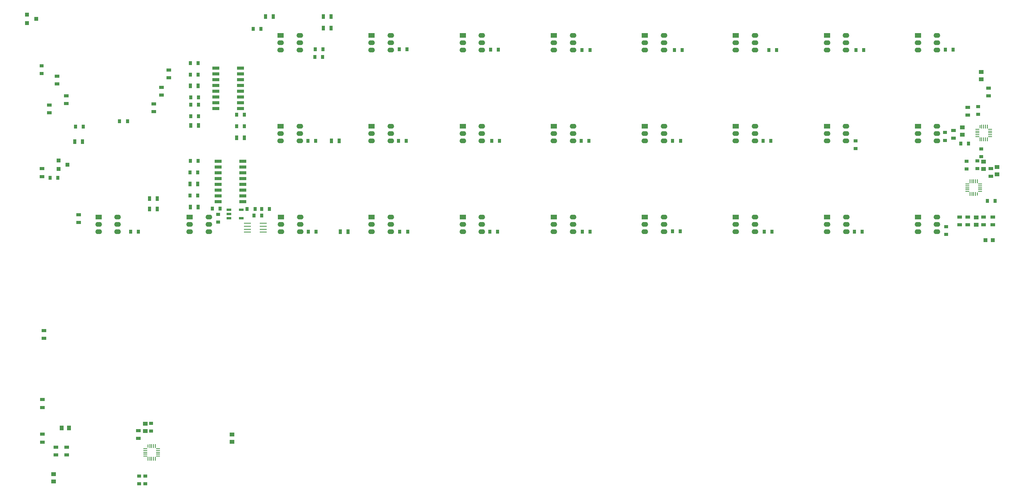
<source format=gtp>
%FSLAX33Y33*%
%MOMM*%
%AMRect-W741421-H941421-RO1.000*
21,1,0.741421,0.941421,0.,0.,180*%
%AMRR-H1089615-W1469615-R544807-RO0.000*
21,1,0.380001,1.089615,0.,0.,360*
21,1,1.469615,0.000001,0.,0.,360*
1,1,1.089614,-0.1900005,0.0000005*
1,1,1.089614,0.1900005,0.0000005*
1,1,1.089614,0.1900005,-0.0000005*
1,1,1.089614,-0.1900005,-0.0000005*%
%AMRect-W670710-H870710-RO0.500*
21,1,0.67071,0.87071,0.,0.,270*%
%AMRect-W842120-H941421-RO0.500*
21,1,0.84212,0.941421,0.,0.,270*%
%AMRect-W741421-H941421-RO1.500*
21,1,0.741421,0.941421,0.,0.,90*%
%AMRect-W800000-H900000-RO0.500*
21,1,0.8,0.9,0.,0.,270*%
%AMRect-W741421-H941421-RO0.500*
21,1,0.741421,0.941421,0.,0.,270*%
%AMRect-W670710-H870710-RO1.000*
21,1,0.67071,0.87071,0.,0.,180*%
%AMRect-W842120-H941421-RO1.500*
21,1,0.84212,0.941421,0.,0.,90*%
%AMRect-W670710-H870710-RO1.500*
21,1,0.67071,0.87071,0.,0.,90*%
%AMRR-H192474-W893701-R96237-RO0.000*
21,1,0.701227,0.192474,0.,0.,360*
1,1,0.192474,-0.3506135,0.*
1,1,0.192474,0.3506135,0.*
1,1,0.192474,0.3506135,-0.*
1,1,0.192474,-0.3506135,0.*%
%AMRR-H192474-W850000-R96237-RO0.000*
21,1,0.657526,0.192474,0.,0.,360*
1,1,0.192474,-0.328763,0.*
1,1,0.192474,0.328763,0.*
1,1,0.192474,0.328763,-0.*
1,1,0.192474,-0.328763,0.*%
%AMRR-H850000-W192474-R96237-RO0.000*
21,1,0.192474,0.657526,0.,0.,360*
1,1,0.192474,0.,0.328763*
1,1,0.192474,0.,0.328763*
1,1,0.192474,0.,-0.328763*
1,1,0.192474,-0.,-0.328763*%
%AMRR-H893701-W192474-R96237-RO0.000*
21,1,0.192474,0.701227,0.,0.,360*
1,1,0.192474,0.,0.3506135*
1,1,0.192474,0.,0.3506135*
1,1,0.192474,0.,-0.3506135*
1,1,0.192474,-0.,-0.3506135*%
%AMRR-H820000-W192474-R96237-RO0.000*
21,1,0.192474,0.627526,0.,0.,360*
1,1,0.192474,0.,0.313763*
1,1,0.192474,0.,0.313763*
1,1,0.192474,0.,-0.313763*
1,1,0.192474,-0.,-0.313763*%
%AMRect-W842120-H941421-RO1.000*
21,1,0.84212,0.941421,0.,0.,180*%
%AMRect-W600000-H1500000-RO1.500*
21,1,0.6,1.5,0.,0.,90*%
%AMRect-W820000-H192474-RO1.000*
21,1,0.82,0.192474,0.,0.,180*%
%AMRR-H192474-W893701-R96237-RO1.000*
21,1,0.701227,0.192474,0.,0.,180*
1,1,0.192474,0.3506135,-0.*
1,1,0.192474,-0.3506135,-0.*
1,1,0.192474,-0.3506135,0.*
1,1,0.192474,0.3506135,0.*%
%AMRR-H192474-W850000-R96237-RO1.000*
21,1,0.657526,0.192474,0.,0.,180*
1,1,0.192474,0.328763,-0.*
1,1,0.192474,-0.328763,-0.*
1,1,0.192474,-0.328763,0.*
1,1,0.192474,0.328763,0.*%
%AMRR-H850000-W192474-R96237-RO1.000*
21,1,0.192474,0.657526,0.,0.,180*
1,1,0.192474,0.,-0.328763*
1,1,0.192474,-0.,-0.328763*
1,1,0.192474,-0.,0.328763*
1,1,0.192474,0.,0.328763*%
%AMRR-H893701-W192474-R96237-RO1.000*
21,1,0.192474,0.701227,0.,0.,180*
1,1,0.192474,0.,-0.3506135*
1,1,0.192474,-0.,-0.3506135*
1,1,0.192474,-0.,0.3506135*
1,1,0.192474,0.,0.3506135*%
%AMRR-H820000-W192474-R96237-RO1.000*
21,1,0.192474,0.627526,0.,0.,180*
1,1,0.192474,0.,-0.313763*
1,1,0.192474,-0.,-0.313763*
1,1,0.192474,-0.,0.313763*
1,1,0.192474,0.,0.313763*%
%AMRR-H250000-W1550000-R125000-RO0.000*
21,1,1.3,0.25,0.,0.,360*
1,1,0.25,-0.65,0.*
1,1,0.25,0.65,0.*
1,1,0.25,0.65,-0.*
1,1,0.25,-0.65,0.*%
%ADD10Rect-W741421-H941421-RO1.000*%
%ADD11R,0.67071X0.87071*%
%ADD12R,1.469615X1.089615*%
%ADD13RR-H1089615-W1469615-R544807-RO0.000*%
%ADD14R,0.741421X0.941421*%
%ADD15Rect-W670710-H870710-RO0.500*%
%ADD16Rect-W842120-H941421-RO0.500*%
%ADD17Rect-W741421-H941421-RO1.500*%
%ADD18Rect-W800000-H900000-RO0.500*%
%ADD19Rect-W741421-H941421-RO0.500*%
%ADD20Rect-W670710-H870710-RO1.000*%
%ADD21Rect-W842120-H941421-RO1.500*%
%ADD22Rect-W670710-H870710-RO1.500*%
%ADD23R,0.82X0.192474*%
%ADD24RR-H192474-W893701-R96237-RO0.000*%
%ADD25RR-H192474-W850000-R96237-RO0.000*%
%ADD26RR-H850000-W192474-R96237-RO0.000*%
%ADD27RR-H893701-W192474-R96237-RO0.000*%
%ADD28RR-H820000-W192474-R96237-RO0.000*%
%ADD29R,1.05X0.6*%
%ADD30Rect-W842120-H941421-RO1.000*%
%ADD31Rect-W600000-H1500000-RO1.500*%
%ADD32R,0.84212X0.941421*%
%ADD33Rect-W820000-H192474-RO1.000*%
%ADD34RR-H192474-W893701-R96237-RO1.000*%
%ADD35RR-H192474-W850000-R96237-RO1.000*%
%ADD36RR-H850000-W192474-R96237-RO1.000*%
%ADD37RR-H893701-W192474-R96237-RO1.000*%
%ADD38RR-H820000-W192474-R96237-RO1.000*%
%ADD39R,1.55X0.25*%
%ADD40RR-H250000-W1550000-R125000-RO0.000*%
D10*
%LNtop paste_traces*%
%LNtop paste component 2cb417fd89b64ff1*%
G01*
X68985Y125755D03*
X67285Y125755D03*
%LNtop paste component cb32256eb6e29e30*%
D11*
X84075Y78445D03*
X85775Y78445D03*
%LNtop paste component 50e8ad344c7d4b8f*%
D12*
X177900Y101645D03*
D13*
X182100Y98445D03*
X177900Y98445D03*
X182100Y101645D03*
X182100Y100045D03*
X177900Y100045D03*
%LNtop paste component 87d4757989b5faab*%
D14*
X48204Y104205D03*
X49904Y104205D03*
%LNtop paste component b027ff144b44c17e*%
D15*
X211793Y96669D03*
X211793Y94969D03*
%LNtop paste component 208970e27ef767f2*%
D12*
X97900Y121645D03*
D13*
X102100Y118445D03*
X97900Y118445D03*
X102100Y121645D03*
X102100Y120045D03*
X97900Y120045D03*
%LNtop paste component e6c093e4fb0ef7fd*%
D12*
X137900Y101645D03*
D13*
X142100Y98445D03*
X137900Y98445D03*
X142100Y101645D03*
X142100Y100045D03*
X137900Y100045D03*
%LNtop paste component cb78a816f7b119bb*%
D16*
X8029Y25075D03*
X8029Y23475D03*
%LNtop paste component 7f1e47caf152ae98*%
D11*
X65480Y118554D03*
X67180Y118554D03*
%LNtop paste component 58a1288a180aeb08*%
D17*
X207025Y79938D03*
X207025Y81638D03*
%LNtop paste component 101642b7feb7559f*%
D11*
X63950Y78450D03*
X65650Y78450D03*
%LNtop paste component 4aa0ec8f7d4abd44*%
X104300Y98445D03*
X106000Y98445D03*
%LNtop paste component 5dcb23a1593b6b07*%
D18*
X2200Y126200D03*
X2200Y124300D03*
X4200Y125250D03*
%LNtop paste component b89bd2635b4bd775*%
D11*
X165125Y118450D03*
X166825Y118450D03*
%LNtop paste component 4039f8620c22d145*%
D15*
X184200Y98445D03*
X184200Y96745D03*
%LNtop paste component 39d65e26780576d4*%
D11*
X164150Y78445D03*
X165850Y78445D03*
%LNtop paste component d38423d823e8d2e1*%
D12*
X17900Y81645D03*
D13*
X22100Y78445D03*
X17900Y78445D03*
X22100Y81645D03*
X22100Y80045D03*
X17900Y80045D03*
%LNtop paste component 6f74c3785349d0d5*%
D11*
X124175Y78445D03*
X125875Y78445D03*
%LNtop paste component 26c1b4b607a29686*%
D15*
X5375Y114925D03*
X5375Y113225D03*
%LNtop paste component 7d0a4e2d061378cf*%
D10*
X39748Y83885D03*
X38048Y83885D03*
%LNtop paste component 19b7ae7034783336*%
D19*
X214348Y81705D03*
X214348Y80005D03*
%LNtop paste component 3cf36ddb64d95e52*%
D17*
X212350Y80005D03*
X212350Y81705D03*
%LNtop paste component 8ce11e64e60d2ce9*%
D11*
X144000Y78554D03*
X145700Y78554D03*
%LNtop paste component ab15ae813f6f3aa1*%
X184275Y118450D03*
X185975Y118450D03*
%LNtop paste component 0e368f23a025e6cc*%
X63900Y98445D03*
X65600Y98445D03*
%LNtop paste component 01c29c7f8cfffb4b*%
X83950Y118575D03*
X85650Y118575D03*
%LNtop paste component 5ebd81450b63c694*%
D12*
X37900Y81645D03*
D13*
X42100Y78445D03*
X37900Y78445D03*
X42100Y81645D03*
X42100Y80045D03*
X37900Y80045D03*
%LNtop paste component 32cc1e32022eae04*%
D17*
X7050Y104625D03*
X7050Y106325D03*
%LNtop paste component e85196ca949464c4*%
D20*
X39819Y106385D03*
X38119Y106385D03*
%LNtop paste component ab2fc442c780097c*%
D21*
X211800Y111951D03*
X211800Y113550D03*
%LNtop paste component 4f76a2a9eaa2a2fe*%
D12*
X97900Y101645D03*
D13*
X102100Y98445D03*
X97900Y98445D03*
X102100Y101645D03*
X102100Y100045D03*
X97900Y100045D03*
%LNtop paste component 2e9ef28c2831b1bc*%
D12*
X57972Y81645D03*
D13*
X62172Y78445D03*
X57972Y78445D03*
X62172Y81645D03*
X62172Y80045D03*
X57972Y80045D03*
%LNtop paste component 28689b4c8158a79f*%
D10*
X72700Y78445D03*
X71000Y78445D03*
%LNtop paste component 7b562a51c2d66994*%
D11*
X104050Y118475D03*
X105750Y118475D03*
%LNtop paste component 44887bd3d44aa71f*%
D19*
X8745Y112675D03*
X8745Y110975D03*
%LNtop paste component 5baf418b44386f3e*%
D10*
X39819Y101841D03*
X38119Y101841D03*
%LNtop paste component 98269289897f6ba6*%
D15*
X210985Y94005D03*
X210985Y92305D03*
%LNtop paste component a86400f42089c71c*%
D11*
X144025Y98445D03*
X145725Y98445D03*
%LNtop paste component e784ba3ac1935508*%
D17*
X31700Y108466D03*
X31700Y110166D03*
%LNtop paste component c74a98aa77dc13b3*%
D11*
X24930Y78445D03*
X26630Y78445D03*
%LNtop paste component 43a2ab67652ac8d7*%
D22*
X203875Y98550D03*
X203875Y100250D03*
%LNtop paste component af7c4f35f2bc9333*%
D21*
X210717Y79955D03*
X210717Y81554D03*
%LNtop paste component b8b07e4af1db7061*%
D10*
X56285Y125755D03*
X54585Y125755D03*
%LNtop paste component 841befa43e51882c*%
D23*
X28161Y30675D03*
D24*
X28161Y30275D03*
X28161Y29875D03*
X28161Y29475D03*
D25*
X28161Y29075D03*
X30939Y29075D03*
D24*
X30939Y29475D03*
X30939Y29875D03*
X30939Y30275D03*
D25*
X30939Y30675D03*
D26*
X28750Y28486D03*
D27*
X29150Y28486D03*
X29550Y28486D03*
X29950Y28486D03*
D26*
X30350Y28486D03*
X30350Y31264D03*
D27*
X29950Y31264D03*
X29550Y31264D03*
X29150Y31264D03*
D28*
X28750Y31264D03*
%LNtop paste component 110faed1cc146b02*%
D17*
X33300Y112326D03*
X33300Y114026D03*
%LNtop paste component 22e543a28086d96e*%
D10*
X68985Y123215D03*
X67285Y123215D03*
%LNtop paste component 0711ebfc8202c0ed*%
D11*
X144400Y118425D03*
X146100Y118425D03*
%LNtop paste component ffb1b8a22baaf954*%
D18*
X9085Y94150D03*
X9085Y92250D03*
X11085Y93200D03*
%LNtop paste component 51d1d5a90901b739*%
D29*
X46510Y83300D03*
X46510Y82350D03*
X46510Y81400D03*
X49210Y81400D03*
X49210Y83300D03*
%LNtop paste component 116d0418d04e5f4f*%
D11*
X103850Y78455D03*
X105550Y78455D03*
%LNtop paste component 422269f795c4b49e*%
D21*
X47200Y32250D03*
X47200Y33850D03*
%LNtop paste component 14933e70956be4d4*%
D30*
X11396Y35304D03*
X9797Y35304D03*
%LNtop paste component a9a86f59fad873e5*%
D15*
X28173Y24715D03*
X28173Y23015D03*
%LNtop paste component b8f167eb817f45c9*%
D19*
X13490Y82145D03*
X13490Y80445D03*
%LNtop paste component 8d538f7f95303938*%
D31*
X49575Y85030D03*
X49575Y86300D03*
X49575Y87570D03*
X49575Y88840D03*
X49575Y90110D03*
X49575Y91380D03*
X49575Y92650D03*
X49575Y93920D03*
X44175Y93920D03*
X44175Y92650D03*
X44175Y91380D03*
X44175Y90110D03*
X44175Y88840D03*
X44175Y87570D03*
X44175Y86300D03*
X44175Y85030D03*
%LNtop paste component 8d773e40d9ff8c97*%
D14*
X51867Y123047D03*
X53567Y123047D03*
%LNtop paste component 362fc440c7609de4*%
D12*
X77900Y121645D03*
D13*
X82100Y118445D03*
X77900Y118445D03*
X82100Y121645D03*
X82100Y120045D03*
X77900Y120045D03*
%LNtop paste component 22777a1fd5ef78f6*%
D12*
X157900Y81645D03*
D13*
X162100Y78445D03*
X157900Y78445D03*
X162100Y81645D03*
X162100Y80045D03*
X157900Y80045D03*
%LNtop paste component e2b7cb41e3b42ff7*%
D11*
X207340Y97827D03*
X209040Y97827D03*
%LNtop paste component 3f34ece6ffbf9a07*%
X50549Y83414D03*
X52249Y83414D03*
%LNtop paste component 1b8cbfd094050d32*%
D12*
X97900Y81645D03*
D13*
X102100Y78445D03*
X97900Y78445D03*
X102100Y81645D03*
X102100Y80045D03*
X97900Y80045D03*
%LNtop paste component f89053a2e4f60840*%
D19*
X5560Y33875D03*
X5560Y32175D03*
%LNtop paste component 76f14d7369327f0d*%
D15*
X211090Y105990D03*
X211090Y104290D03*
%LNtop paste component 5a332b9c7c6b454e*%
D17*
X8500Y29310D03*
X8500Y31010D03*
%LNtop paste component 3d096520bff5873b*%
D19*
X205725Y100745D03*
X205725Y99045D03*
%LNtop paste component 0b32193e593047df*%
D12*
X177950Y81650D03*
D13*
X182150Y78450D03*
X177950Y78450D03*
X182150Y81650D03*
X182150Y80050D03*
X177950Y80050D03*
%LNtop paste component 3244838e2437b951*%
D19*
X5850Y56710D03*
X5850Y55010D03*
%LNtop paste component 4d63013c9b8810b0*%
D16*
X28138Y36177D03*
X28138Y34577D03*
%LNtop paste component 9606dd0b3b4181df*%
D22*
X44175Y80590D03*
X44175Y82290D03*
%LNtop paste component 4705e07a40114c09*%
D14*
X37999Y86425D03*
X39699Y86425D03*
%LNtop paste component b486b3018109de37*%
D12*
X177900Y121645D03*
D13*
X182100Y118445D03*
X177900Y118445D03*
X182100Y121645D03*
X182100Y120045D03*
X177900Y120045D03*
%LNtop paste component 01015ca45b8bb0bc*%
D10*
X70775Y98455D03*
X69075Y98455D03*
%LNtop paste component ef78370791fd3d8b*%
X39699Y88965D03*
X37999Y88965D03*
%LNtop paste component e572c9809e58cf0f*%
D12*
X117900Y101645D03*
D13*
X122100Y98445D03*
X117900Y98445D03*
X122100Y101645D03*
X122100Y100045D03*
X117900Y100045D03*
%LNtop paste component 2acf0be01d619105*%
D12*
X77900Y81645D03*
D13*
X82100Y78445D03*
X77900Y78445D03*
X82100Y81645D03*
X82100Y80045D03*
X77900Y80045D03*
%LNtop paste component 6df6cc68a2bdf09c*%
D11*
X124125Y118425D03*
X125825Y118425D03*
%LNtop paste component ad1c61057d5f85b7*%
D12*
X197900Y81645D03*
D13*
X202100Y78445D03*
X197900Y78445D03*
X202100Y81645D03*
X202100Y80045D03*
X197900Y80045D03*
%LNtop paste component ab6498ba432a0b55*%
D14*
X12850Y101525D03*
X14550Y101525D03*
%LNtop paste component 0cff4b9a53bad90f*%
D12*
X157900Y121645D03*
D13*
X162100Y118445D03*
X157900Y118445D03*
X162100Y121645D03*
X162100Y120045D03*
X157900Y120045D03*
%LNtop paste component ca5038e2ccbbc460*%
D12*
X197900Y121645D03*
D13*
X202100Y118445D03*
X197900Y118445D03*
X202100Y121645D03*
X202100Y120045D03*
X197900Y120045D03*
%LNtop paste component e20cf9e83588ac86*%
D32*
X212699Y76581D03*
X214299Y76581D03*
%LNtop paste component 00c8401b6cf4bd8f*%
D15*
X204125Y79567D03*
X204125Y77867D03*
%LNtop paste component 9fbf70fbd30795f4*%
D20*
X53695Y81960D03*
X51995Y81960D03*
%LNtop paste component 1aa80e2305d3c3f5*%
D14*
X65396Y116850D03*
X67096Y116850D03*
%LNtop paste component e8b37e7f08e4b4ce*%
D10*
X49904Y99125D03*
X48204Y99125D03*
%LNtop paste component 3da4608edc6e80ef*%
D20*
X214856Y85200D03*
X213156Y85200D03*
%LNtop paste component 1376364b9f4b7526*%
D31*
X49075Y105555D03*
X49075Y106825D03*
X49075Y108095D03*
X49075Y109365D03*
X49075Y110635D03*
X49075Y111905D03*
X49075Y113175D03*
X49075Y114445D03*
X43675Y114445D03*
X43675Y113175D03*
X43675Y111905D03*
X43675Y110635D03*
X43675Y109365D03*
X43675Y108095D03*
X43675Y106825D03*
X43675Y105555D03*
%LNtop paste component 7e7211f8812d17fd*%
D22*
X26775Y23015D03*
X26775Y24715D03*
%LNtop paste component 264957ead632d6c1*%
D10*
X30799Y85725D03*
X29099Y85725D03*
%LNtop paste component bfe6143774099665*%
D14*
X38048Y94045D03*
X39748Y94045D03*
%LNtop paste component c1f03332e9856203*%
D19*
X10860Y31010D03*
X10860Y29310D03*
%LNtop paste component db7c6cb3d87cf7fe*%
D12*
X137900Y81645D03*
D13*
X142100Y78445D03*
X137900Y78445D03*
X142100Y81645D03*
X142100Y80045D03*
X137900Y80045D03*
%LNtop paste component a3a28f654af52e6d*%
D21*
X207635Y99775D03*
X207635Y101374D03*
%LNtop paste component c928a8fc3e3d20d2*%
D12*
X77900Y101645D03*
D13*
X82100Y98445D03*
X77900Y98445D03*
X82100Y101645D03*
X82100Y100045D03*
X77900Y100045D03*
%LNtop paste component b3d7406c263ee182*%
D12*
X157900Y101645D03*
D13*
X162100Y98445D03*
X157900Y98445D03*
X162100Y101645D03*
X162100Y100045D03*
X157900Y100045D03*
%LNtop paste component 652fff0cf240bfb2*%
D16*
X212296Y93825D03*
X212296Y92225D03*
%LNtop paste component 707e6c11d1cca362*%
D14*
X48204Y101665D03*
X49904Y101665D03*
%LNtop paste component 92ba980cb6ada6c2*%
D12*
X57900Y121645D03*
D13*
X62100Y118445D03*
X57900Y118445D03*
X62100Y121645D03*
X62100Y120045D03*
X57900Y120045D03*
%LNtop paste component 5b22a68f09ffcba4*%
D17*
X26613Y32961D03*
X26613Y34661D03*
%LNtop paste component 5f39a1bbc8e10a34*%
D15*
X29451Y36262D03*
X29451Y34562D03*
%LNtop paste component 17d3a0ee983cedc9*%
D14*
X37999Y91505D03*
X39699Y91505D03*
%LNtop paste component 88d59f1f56311b83*%
D33*
X211539Y87325D03*
D34*
X211539Y87725D03*
X211539Y88125D03*
X211539Y88525D03*
D35*
X211539Y88925D03*
X208761Y88925D03*
D34*
X208761Y88525D03*
X208761Y88125D03*
X208761Y87725D03*
D35*
X208761Y87325D03*
D36*
X210950Y89514D03*
D37*
X210550Y89514D03*
X210150Y89514D03*
X209750Y89514D03*
D36*
X209350Y89514D03*
X209350Y86736D03*
D37*
X209750Y86736D03*
X210150Y86736D03*
X210550Y86736D03*
D38*
X210950Y86736D03*
%LNtop paste component 7c5862ef05c6b57e*%
D19*
X30000Y106596D03*
X30000Y104896D03*
%LNtop paste component d66d5715dd5ea0f6*%
D11*
X183912Y78450D03*
X185612Y78450D03*
%LNtop paste component 65289798f47177d4*%
D23*
X210936Y100975D03*
D24*
X210936Y100575D03*
X210936Y100175D03*
X210936Y99775D03*
D25*
X210936Y99375D03*
X213714Y99375D03*
D24*
X213714Y99775D03*
X213714Y100175D03*
X213714Y100575D03*
D25*
X213714Y100975D03*
D26*
X211525Y98786D03*
D27*
X211925Y98786D03*
X212325Y98786D03*
X212725Y98786D03*
D26*
X213125Y98786D03*
X213125Y101564D03*
D27*
X212725Y101564D03*
X212325Y101564D03*
X211925Y101564D03*
D28*
X211525Y101564D03*
%LNtop paste component 3ee2067a7940f73c*%
D14*
X38040Y112992D03*
X39740Y112992D03*
%LNtop paste component c3bb4e8e86108661*%
D12*
X117900Y81645D03*
D13*
X122100Y78445D03*
X117900Y78445D03*
X122100Y81645D03*
X122100Y80045D03*
X117900Y80045D03*
%LNtop paste component 1090ed080a1beb2c*%
D11*
X83800Y98445D03*
X85500Y98445D03*
%LNtop paste component d72e272e4740b0c6*%
D19*
X10800Y108310D03*
X10800Y106610D03*
%LNtop paste component 49beb2a2a790b48d*%
D17*
X213925Y90615D03*
X213925Y92315D03*
%LNtop paste component 66a2352ef12547e6*%
D10*
X14400Y98275D03*
X12700Y98275D03*
%LNtop paste component 80fbe409ce6ad601*%
D11*
X53695Y83436D03*
X55395Y83436D03*
%LNtop paste component f2b8dcf9fc5b61b9*%
X203900Y118500D03*
X205600Y118500D03*
%LNtop paste component ddb2af37f6a94b60*%
D12*
X57900Y101645D03*
D13*
X62100Y98445D03*
X57900Y98445D03*
X62100Y101645D03*
X62100Y100045D03*
X57900Y100045D03*
%LNtop paste component b52b50502c51dacb*%
D12*
X197900Y101645D03*
D13*
X202100Y98445D03*
X197900Y98445D03*
X202100Y101645D03*
X202100Y100045D03*
X197900Y100045D03*
%LNtop paste component afb2019f5953c4e2*%
D14*
X38119Y107997D03*
X39819Y107997D03*
%LNtop paste component 807992e83262e177*%
D12*
X117900Y121645D03*
D13*
X122100Y118445D03*
X117900Y118445D03*
X122100Y121645D03*
X122100Y120045D03*
X117900Y120045D03*
%LNtop paste component e7393894ce705798*%
D14*
X38119Y103825D03*
X39819Y103825D03*
%LNtop paste component e182ecc0a0b9ab00*%
D11*
X163850Y98445D03*
X165550Y98445D03*
%LNtop paste component 9838140f6d8fc3a3*%
D10*
X30750Y83425D03*
X29050Y83425D03*
%LNtop paste component 19f5bff069822602*%
D22*
X208590Y92210D03*
X208590Y93910D03*
%LNtop paste component 2855dc77c2e8dde1*%
D11*
X7265Y90315D03*
X8965Y90315D03*
%LNtop paste component 4de6dc9ddc697575*%
D19*
X213404Y110040D03*
X213404Y108340D03*
%LNtop paste component e90434b9302ec0b9*%
D14*
X38040Y115541D03*
X39740Y115541D03*
%LNtop paste component 76e5300c46c5832f*%
D21*
X215265Y91098D03*
X215265Y92697D03*
%LNtop paste component 42107fc99cd43302*%
D14*
X22525Y102781D03*
X24225Y102781D03*
%LNtop paste component fca1a590c33dcb53*%
D19*
X5450Y92290D03*
X5450Y90590D03*
%LNtop paste component 175f9e2f385f0166*%
D17*
X208875Y104125D03*
X208875Y105825D03*
%LNtop paste component 45386d5e65213c57*%
X5540Y39790D03*
X5540Y41490D03*
%LNtop paste component 8d9dea7f49d2440b*%
D39*
X50636Y80290D03*
D40*
X50636Y78340D03*
X50636Y78990D03*
X50636Y79640D03*
X54036Y78340D03*
X54036Y78990D03*
X54036Y79640D03*
X54036Y80290D03*
%LNtop paste component 037ab21f56739a3d*%
D11*
X123900Y98445D03*
X125600Y98445D03*
%LNtop paste component 4cda8897de2b8f63*%
D10*
X39740Y110537D03*
X38040Y110537D03*
%LNtop paste component cf01b5d8126ae9b4*%
D12*
X137900Y121645D03*
D13*
X142100Y118445D03*
X137900Y118445D03*
X142100Y121645D03*
X142100Y120045D03*
X137900Y120045D03*
%LNtop paste component fcb33d2da6a8351b*%
D17*
X208879Y79938D03*
X208879Y81638D03*
%LNtop paste component 58632b713c9df017*%
D11*
X42890Y83550D03*
X44590Y83550D03*
M02*
</source>
